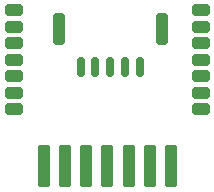
<source format=gbr>
%TF.GenerationSoftware,KiCad,Pcbnew,9.0.5*%
%TF.CreationDate,2025-11-15T13:20:05-05:00*%
%TF.ProjectId,LearningTest2,4c656172-6e69-46e6-9754-657374322e6b,rev?*%
%TF.SameCoordinates,Original*%
%TF.FileFunction,Soldermask,Top*%
%TF.FilePolarity,Negative*%
%FSLAX46Y46*%
G04 Gerber Fmt 4.6, Leading zero omitted, Abs format (unit mm)*
G04 Created by KiCad (PCBNEW 9.0.5) date 2025-11-15 13:20:05*
%MOMM*%
%LPD*%
G01*
G04 APERTURE LIST*
G04 Aperture macros list*
%AMRoundRect*
0 Rectangle with rounded corners*
0 $1 Rounding radius*
0 $2 $3 $4 $5 $6 $7 $8 $9 X,Y pos of 4 corners*
0 Add a 4 corners polygon primitive as box body*
4,1,4,$2,$3,$4,$5,$6,$7,$8,$9,$2,$3,0*
0 Add four circle primitives for the rounded corners*
1,1,$1+$1,$2,$3*
1,1,$1+$1,$4,$5*
1,1,$1+$1,$6,$7*
1,1,$1+$1,$8,$9*
0 Add four rect primitives between the rounded corners*
20,1,$1+$1,$2,$3,$4,$5,0*
20,1,$1+$1,$4,$5,$6,$7,0*
20,1,$1+$1,$6,$7,$8,$9,0*
20,1,$1+$1,$8,$9,$2,$3,0*%
G04 Aperture macros list end*
%ADD10RoundRect,0.150000X0.150000X0.700000X-0.150000X0.700000X-0.150000X-0.700000X0.150000X-0.700000X0*%
%ADD11RoundRect,0.250000X0.250000X1.100000X-0.250000X1.100000X-0.250000X-1.100000X0.250000X-1.100000X0*%
%ADD12RoundRect,0.150000X-0.600000X-0.350000X0.600000X-0.350000X0.600000X0.350000X-0.600000X0.350000X0*%
%ADD13RoundRect,0.150000X-0.350000X1.650000X-0.350000X-1.650000X0.350000X-1.650000X0.350000X1.650000X0*%
G04 APERTURE END LIST*
D10*
%TO.C,J2*%
X10650000Y-10900000D03*
X9400000Y-10900000D03*
X8150000Y-10900000D03*
X6900000Y-10900000D03*
X5650000Y-10900000D03*
D11*
X12500000Y-7700000D03*
X3800000Y-7700000D03*
%TD*%
D12*
%TO.C,U1*%
X0Y-6100000D03*
X0Y-7500000D03*
X0Y-8900000D03*
X0Y-10300000D03*
X0Y-11700000D03*
X0Y-13100000D03*
X0Y-14500000D03*
D13*
X2500000Y-19300000D03*
X4300000Y-19300000D03*
X6100000Y-19300000D03*
X7900000Y-19300000D03*
X9700000Y-19300000D03*
X11500000Y-19300000D03*
X13300000Y-19300000D03*
D12*
X15800000Y-14500000D03*
X15800000Y-13100000D03*
X15800000Y-11700000D03*
X15800000Y-10300000D03*
X15800000Y-8900000D03*
X15800000Y-7500000D03*
X15800000Y-6100000D03*
%TD*%
M02*

</source>
